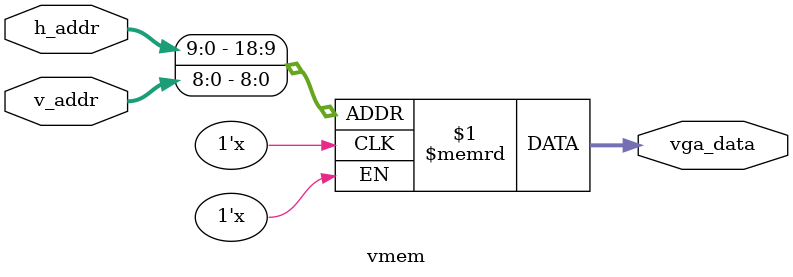
<source format=v>
module top(
        input clk,
        input rst,
        input [4:0] btn,
        input [7:0] sw,
        input ps2_clk,
        input ps2_data,
        input uart_rx,
        output uart_tx,
        output [15:0] ledr,
        output VGA_CLK,
        output VGA_HSYNC,
        output VGA_VSYNC,
        output VGA_BLANK_N,
        output [7:0] VGA_R,
        output [7:0] VGA_G,
        output [7:0] VGA_B,
        output [7:0] seg0,
        output [7:0] seg1,
        output [7:0] seg2,
        output [7:0] seg3,
        output [7:0] seg4,
        output [7:0] seg5,
        output [7:0] seg6,
        output [7:0] seg7
    );

    led my_led(
            .clk(clk),
            .rst(rst),
            .btn(btn),
            .sw(sw),
            .ledr(ledr)
        );

    assign VGA_CLK = clk;

    wire [9:0] h_addr;
    wire [9:0] v_addr;
    wire [23:0] vga_data;

    vga_ctrl my_vga_ctrl(
                 .pclk(clk),
                 .reset(rst),
                 .vga_data(vga_data),
                 .h_addr(h_addr),
                 .v_addr(v_addr),
                 .hsync(VGA_HSYNC),
                 .vsync(VGA_VSYNC),
                 .valid(VGA_BLANK_N),
                 .vga_r(VGA_R),
                 .vga_g(VGA_G),
                 .vga_b(VGA_B)
             );

    ps2_keyboard my_keyboard(
                     .clk(clk),
                     .resetn(~rst),
                     .ps2_clk(ps2_clk),
                     .ps2_data(ps2_data)
                 );

    seg my_seg(
            .clk(clk),
            .rst(rst),
            .o_seg0(seg0),
            .o_seg1(seg1),
            .o_seg2(seg2),
            .o_seg3(seg3),
            .o_seg4(seg4),
            .o_seg5(seg5),
            .o_seg6(seg6),
            .o_seg7(seg7)
        );

    vmem my_vmem(
             .h_addr(h_addr),
             .v_addr(v_addr[8:0]),
             .vga_data(vga_data)
         );

    uart my_uart(
             .tx(uart_tx),
             .rx(uart_rx)
         );

endmodule

module vmem(
        input [9:0] h_addr,
        input [8:0] v_addr,
        output [23:0] vga_data
    );

    reg [23:0] vga_mem [524287:0];

    initial begin
        // $readmemh("resource/picture.hex", vga_mem);
    end

    assign vga_data = vga_mem[{h_addr, v_addr}];

endmodule

</source>
